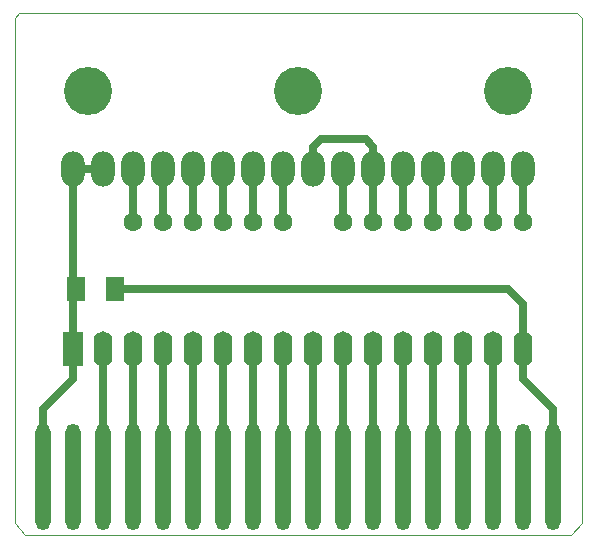
<source format=gbl>
G04 (created by PCBNEW (2013-07-07 BZR 4022)-stable) date 27/12/2022 09:25:50*
%MOIN*%
G04 Gerber Fmt 3.4, Leading zero omitted, Abs format*
%FSLAX34Y34*%
G01*
G70*
G90*
G04 APERTURE LIST*
%ADD10C,0.00590551*%
%ADD11C,0.00393701*%
%ADD12R,0.0708661X0.11811*%
%ADD13O,0.0629921X0.11811*%
%ADD14O,0.0787402X0.11811*%
%ADD15O,0.0511811X0.354331*%
%ADD16C,0.16*%
%ADD17R,0.06X0.08*%
%ADD18C,0.0629921*%
%ADD19C,0.0275591*%
G04 APERTURE END LIST*
G54D10*
G54D11*
X0Y-17000D02*
X350Y-17400D01*
X18550Y-17400D02*
X350Y-17400D01*
X18900Y-17000D02*
X18900Y-150D01*
X0Y-17000D02*
X0Y-150D01*
X18900Y-17000D02*
X18550Y-17400D01*
X18750Y0D02*
X18900Y-150D01*
X150Y0D02*
X18750Y0D01*
X0Y-150D02*
X150Y0D01*
G54D12*
X1950Y-11200D03*
G54D13*
X2950Y-11200D03*
X3950Y-11200D03*
X4950Y-11200D03*
X5950Y-11200D03*
X6950Y-11200D03*
X7950Y-11200D03*
X8950Y-11200D03*
X9950Y-11200D03*
X10950Y-11200D03*
X11950Y-11200D03*
X12950Y-11200D03*
X13950Y-11200D03*
X14950Y-11200D03*
X15950Y-11200D03*
X16950Y-11200D03*
G54D14*
X16950Y-5200D03*
X15950Y-5200D03*
X14950Y-5200D03*
X13950Y-5200D03*
X12950Y-5200D03*
X11950Y-5200D03*
X10950Y-5200D03*
X9950Y-5200D03*
X8950Y-5200D03*
X7950Y-5200D03*
X6950Y-5200D03*
X5950Y-5200D03*
X4950Y-5200D03*
X3950Y-5200D03*
X2950Y-5200D03*
X1950Y-5200D03*
G54D15*
X1950Y-15450D03*
X2950Y-15450D03*
X3950Y-15450D03*
X4950Y-15450D03*
X5950Y-15450D03*
X6950Y-15450D03*
X7950Y-15450D03*
X950Y-15450D03*
X8950Y-15450D03*
X9950Y-15450D03*
X10950Y-15450D03*
X11950Y-15450D03*
X12950Y-15450D03*
X13950Y-15450D03*
X14950Y-15450D03*
X15950Y-15450D03*
X16950Y-15450D03*
X17950Y-15450D03*
G54D16*
X2450Y-2600D03*
X16450Y-2600D03*
G54D17*
X2050Y-9200D03*
X3350Y-9200D03*
G54D16*
X9450Y-2600D03*
G54D18*
X16950Y-6950D03*
X15950Y-6950D03*
X14950Y-6950D03*
X13950Y-6950D03*
X12950Y-6950D03*
X10950Y-6950D03*
X8950Y-6950D03*
X5950Y-6950D03*
X4950Y-6950D03*
X3950Y-6950D03*
X6950Y-6950D03*
X7950Y-6950D03*
X11950Y-6950D03*
G54D19*
X13950Y-15450D02*
X13950Y-11200D01*
X14950Y-11200D02*
X14950Y-15450D01*
X15950Y-11200D02*
X15950Y-15450D01*
X16950Y-5200D02*
X16950Y-6950D01*
X15950Y-6950D02*
X15950Y-5200D01*
X14950Y-5200D02*
X14950Y-6950D01*
X13950Y-6950D02*
X13950Y-5200D01*
X12950Y-5200D02*
X12950Y-6950D01*
X12950Y-15450D02*
X12950Y-11200D01*
X11950Y-11200D02*
X11950Y-15450D01*
X10950Y-5200D02*
X10950Y-6950D01*
X8950Y-5200D02*
X8950Y-6950D01*
X4950Y-11200D02*
X4950Y-15450D01*
X5950Y-5200D02*
X5950Y-6950D01*
X4950Y-6950D02*
X4950Y-5200D01*
X3950Y-11200D02*
X3950Y-15450D01*
X2950Y-11200D02*
X2950Y-15450D01*
X3950Y-6950D02*
X3950Y-5200D01*
X10950Y-11200D02*
X10950Y-15450D01*
X9950Y-11200D02*
X9950Y-15450D01*
X8950Y-11200D02*
X8950Y-15450D01*
X7950Y-11200D02*
X7950Y-15450D01*
X6950Y-11200D02*
X6950Y-15450D01*
X5950Y-15450D02*
X5950Y-11200D01*
X6950Y-6950D02*
X6950Y-5200D01*
X7950Y-5200D02*
X7950Y-6950D01*
X11950Y-6950D02*
X11950Y-5200D01*
X11950Y-5200D02*
X11950Y-4450D01*
X11950Y-4450D02*
X11700Y-4200D01*
X11700Y-4200D02*
X10200Y-4200D01*
X10200Y-4200D02*
X9950Y-4450D01*
X9950Y-4450D02*
X9950Y-5200D01*
X3350Y-9200D02*
X16450Y-9200D01*
X16950Y-9700D02*
X16950Y-11200D01*
X16450Y-9200D02*
X16950Y-9700D01*
X17950Y-15450D02*
X17950Y-13200D01*
X16950Y-12200D02*
X16950Y-11200D01*
X17950Y-13200D02*
X16950Y-12200D01*
X1950Y-11200D02*
X1950Y-9300D01*
X1950Y-9300D02*
X2050Y-9200D01*
X1950Y-5200D02*
X1950Y-11200D01*
X2950Y-5200D02*
X1950Y-5200D01*
X1950Y-11200D02*
X1950Y-12200D01*
X1950Y-12200D02*
X950Y-13200D01*
X950Y-13200D02*
X950Y-15450D01*
M02*

</source>
